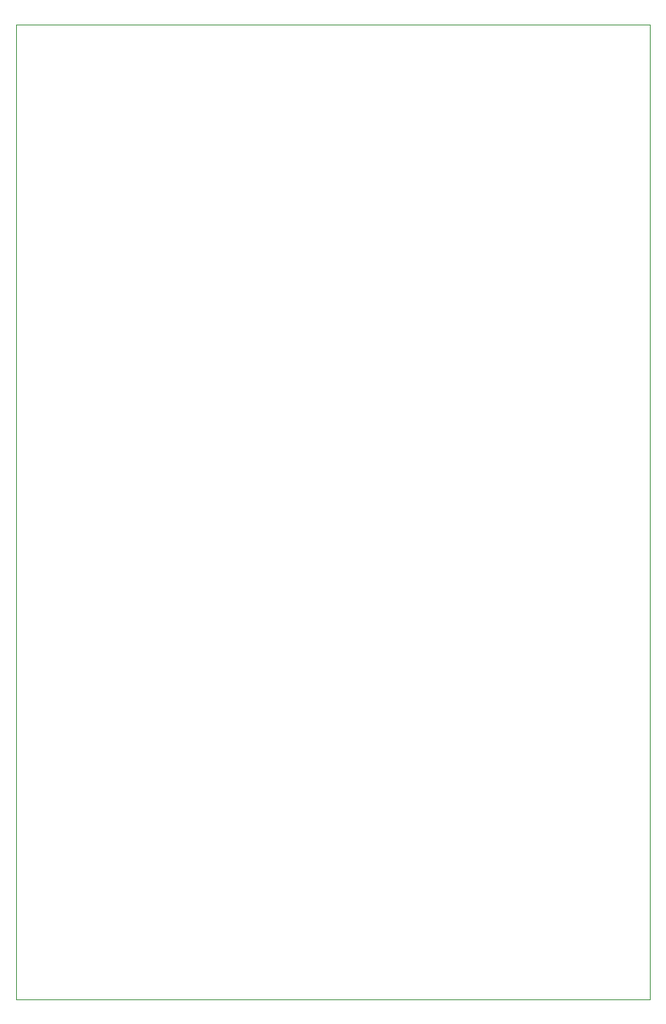
<source format=gbr>
%TF.GenerationSoftware,KiCad,Pcbnew,(6.0.4)*%
%TF.CreationDate,2022-06-04T07:14:15+03:00*%
%TF.ProjectId,TopBottomLateral,546f7042-6f74-4746-9f6d-4c6174657261,rev?*%
%TF.SameCoordinates,Original*%
%TF.FileFunction,Profile,NP*%
%FSLAX46Y46*%
G04 Gerber Fmt 4.6, Leading zero omitted, Abs format (unit mm)*
G04 Created by KiCad (PCBNEW (6.0.4)) date 2022-06-04 07:14:15*
%MOMM*%
%LPD*%
G01*
G04 APERTURE LIST*
%TA.AperFunction,Profile*%
%ADD10C,0.100000*%
%TD*%
G04 APERTURE END LIST*
D10*
X58420000Y-144145000D02*
X58420000Y-36830000D01*
X58420000Y-36830000D02*
X128270000Y-36830000D01*
X128270000Y-144145000D02*
X128270000Y-36830000D01*
X58420000Y-144145000D02*
X128270000Y-144145000D01*
M02*

</source>
